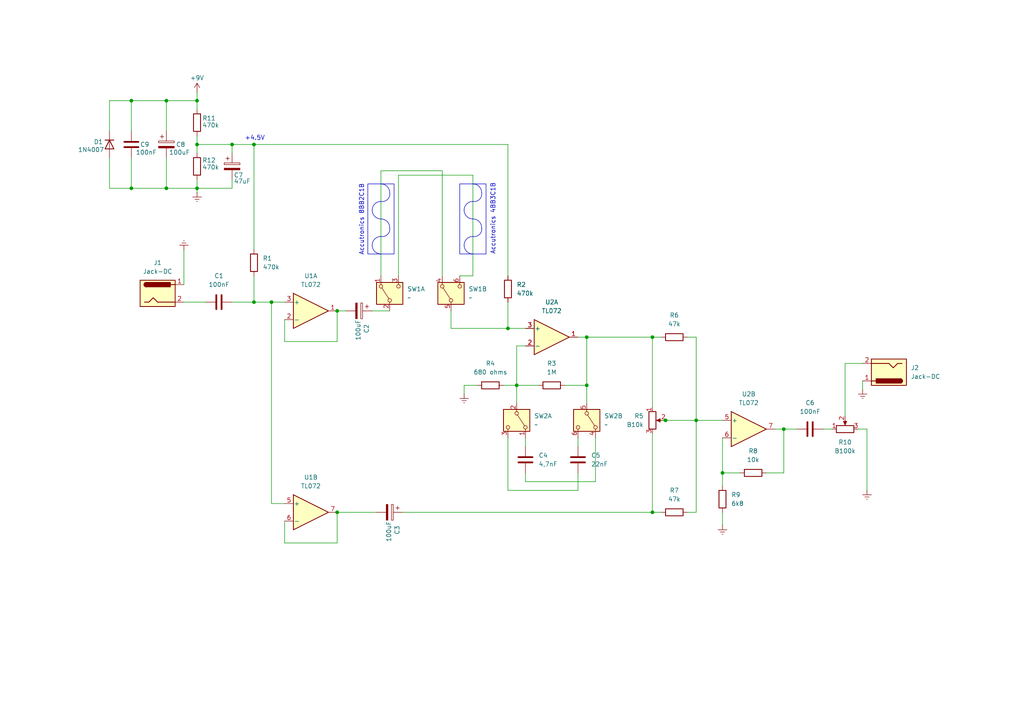
<source format=kicad_sch>
(kicad_sch (version 20250114) (generator "eeschema") (generator_version "9.0")
  (paper "A4")
  (lib_symbols
    (symbol "Amplifier_Operational:TL072" (pin_names (offset 0.127))
      (property "Reference" "U" (at 0 5.08 0))
      (property "Value" "TL072" (at 0 -5.08 0))
      (symbol "TL072_1_1"
        (polyline (pts (xy -5.08 5.08) (xy 5.08 0) (xy -5.08 -5.08) (xy -5.08 5.08)) (stroke (width 0.254)) (fill (type background)))
        (pin input line (at -7.62 2.54 0) (length 2.54) (name "+") (number "3"))
        (pin input line (at -7.62 -2.54 0) (length 2.54) (name "-") (number "2"))
        (pin output line (at 7.62 0 180) (length 2.54) (name "~") (number "1"))
      )
      (symbol "TL072_2_1"
        (polyline (pts (xy -5.08 5.08) (xy 5.08 0) (xy -5.08 -5.08) (xy -5.08 5.08)) (stroke (width 0.254)) (fill (type background)))
        (pin input line (at -7.62 2.54 0) (length 2.54) (name "+") (number "5"))
        (pin input line (at -7.62 -2.54 0) (length 2.54) (name "-") (number "6"))
        (pin output line (at 7.62 0 180) (length 2.54) (name "~") (number "7"))
      )
      (symbol "TL072_3_1"
        (pin power_in line (at -2.54 7.62 270) (length 3.81) (name "V+") (number "8"))
        (pin power_in line (at -2.54 -7.62 90) (length 3.81) (name "V-") (number "4"))
      )
    )
    (symbol "Connector:Jack-DC" (pin_names (offset 1.016))
      (property "Reference" "J" (at 0 5.334 0))
      (property "Value" "Jack-DC" (at 0 -5.08 0))
      (symbol "Jack-DC_0_1"
        (rectangle (start -5.08 3.81) (end 5.08 -3.81) (stroke (width 0.254)) (fill (type background)))
        (polyline (pts (xy -3.81 -2.54) (xy -2.54 -2.54) (xy -1.27 -1.27) (xy 0 -2.54) (xy 2.54 -2.54) (xy 5.08 -2.54)) (stroke (width 0.254)))
        (arc (start -3.302 1.905) (mid -3.9343 2.54) (end -3.302 3.175) (stroke (width 0.254)))
        (arc (start -3.302 1.905) (mid -3.9343 2.54) (end -3.302 3.175) (stroke (width 0.254)) (fill (type outline)))
        (rectangle (start 3.683 3.175) (end -3.302 1.905) (stroke (width 0.254)) (fill (type outline)))
        (polyline (pts (xy 5.08 2.54) (xy 3.81 2.54)) (stroke (width 0.254)))
      )
      (symbol "Jack-DC_1_1"
        (pin passive line (at 7.62 2.54 180) (length 2.54) (name "~") (number "1"))
        (pin passive line (at 7.62 -2.54 180) (length 2.54) (name "~") (number "2"))
      )
    )
    (symbol "Device:C" (pin_numbers (hide yes)) (pin_names (offset 0.254))
      (property "Reference" "C" (at 0.635 2.54 0))
      (property "Value" "C" (at 0.635 -2.54 0))
      (symbol "C_0_1"
        (polyline (pts (xy -2.032 0.762) (xy 2.032 0.762)) (stroke (width 0.508)))
        (polyline (pts (xy -2.032 -0.762) (xy 2.032 -0.762)) (stroke (width 0.508)))
      )
      (symbol "C_1_1"
        (pin passive line (at 0 3.81 270) (length 2.794) (name "~") (number "1"))
        (pin passive line (at 0 -3.81 90) (length 2.794) (name "~") (number "2"))
      )
    )
    (symbol "Device:C_Polarized" (pin_numbers (hide yes)) (pin_names (offset 0.254))
      (property "Reference" "C" (at 0.635 2.54 0))
      (property "Value" "C_Polarized" (at 0.635 -2.54 0))
      (symbol "C_Polarized_0_1"
        (rectangle (start -2.286 0.508) (end 2.286 1.016))
        (polyline (pts (xy -1.778 2.286) (xy -0.762 2.286)))
        (polyline (pts (xy -1.27 2.794) (xy -1.27 1.778)))
        (rectangle (start 2.286 -0.508) (end -2.286 -1.016) (fill (type outline)))
      )
      (symbol "C_Polarized_1_1"
        (pin passive line (at 0 3.81 270) (length 2.794) (name "~") (number "1"))
        (pin passive line (at 0 -3.81 90) (length 2.794) (name "~") (number "2"))
      )
    )
    (symbol "Device:R" (pin_numbers (hide yes)) (pin_names (offset 0))
      (property "Reference" "R" (at 2.032 0 90))
      (property "Value" "R" (at 0 0 90))
      (symbol "R_0_1"
        (rectangle (start -1.016 -2.54) (end 1.016 2.54) (stroke (width 0.254)))
      )
      (symbol "R_1_1"
        (pin passive line (at 0 3.81 270) (length 1.27) (name "~") (number "1"))
        (pin passive line (at 0 -3.81 90) (length 1.27) (name "~") (number "2"))
      )
    )
    (symbol "Device:R_Potentiometer" (pin_names (offset 1.016) (hide yes))
      (property "Reference" "RV" (at -4.445 0 90))
      (property "Value" "R_Potentiometer" (at -2.54 0 90))
      (symbol "R_Potentiometer_0_1"
        (rectangle (start 1.016 2.54) (end -1.016 -2.54) (stroke (width 0.254)))
        (polyline (pts (xy 1.143 0) (xy 2.286 0.508) (xy 2.286 -0.508) (xy 1.143 0)) (fill (type outline)))
        (polyline (pts (xy 2.54 0) (xy 1.524 0)))
      )
      (symbol "R_Potentiometer_1_1"
        (pin passive line (at 0 3.81 270) (length 1.27) (name "1") (number "1"))
        (pin passive line (at 0 -3.81 90) (length 1.27) (name "3") (number "3"))
        (pin passive line (at 3.81 0 180) (length 1.27) (name "2") (number "2"))
      )
    )
    (symbol "Diode:1N4007" (pin_numbers (hide yes)) (pin_names (hide yes))
      (property "Reference" "D" (at 0 2.54 0))
      (property "Value" "1N4007" (at 0 -2.54 0))
      (symbol "1N4007_0_1"
        (polyline (pts (xy -1.27 1.27) (xy -1.27 -1.27)) (stroke (width 0.254)))
        (polyline (pts (xy 1.27 1.27) (xy 1.27 -1.27) (xy -1.27 0) (xy 1.27 1.27)) (stroke (width 0.254)))
        (polyline (pts (xy 1.27 0) (xy -1.27 0)))
      )
      (symbol "1N4007_1_1"
        (pin passive line (at -3.81 0 0) (length 2.54) (name "K") (number "1"))
        (pin passive line (at 3.81 0 180) (length 2.54) (name "A") (number "2"))
      )
    )
    (symbol "Switch:SW_DPDT_x2" (pin_names (offset 0) (hide yes))
      (property "Reference" "SW" (at 0 5.08 0))
      (property "Value" "SW_DPDT_x2" (at 0 -5.08 0))
      (symbol "SW_DPDT_x2_0_0"
        (circle (center -2.032 0) (radius 0.508))
        (circle (center 2.032 -2.54) (radius 0.508))
      )
      (symbol "SW_DPDT_x2_0_1"
        (rectangle (start -3.175 3.81) (end 3.175 -3.81) (stroke (width 0.254)) (fill (type background)))
        (polyline (pts (xy -1.524 0.254) (xy 1.5748 2.286)))
        (circle (center 2.032 2.54) (radius 0.508))
      )
      (symbol "SW_DPDT_x2_1_1"
        (pin passive line (at -5.08 0 0) (length 2.54) (name "B") (number "2"))
        (pin passive line (at 5.08 2.54 180) (length 2.54) (name "A") (number "1"))
        (pin passive line (at 5.08 -2.54 180) (length 2.54) (name "C") (number "3"))
      )
      (symbol "SW_DPDT_x2_2_1"
        (pin passive line (at -5.08 0 0) (length 2.54) (name "B") (number "5"))
        (pin passive line (at 5.08 2.54 180) (length 2.54) (name "A") (number "4"))
        (pin passive line (at 5.08 -2.54 180) (length 2.54) (name "C") (number "6"))
      )
    )
    (symbol "power:+9V" (power) (pin_numbers (hide yes)) (pin_names (offset 0) (hide yes))
      (property "Value" "+9V" (at 0 3.556 0))
      (symbol "+9V_0_1"
        (polyline (pts (xy -0.762 1.27) (xy 0 2.54)))
        (polyline (pts (xy 0 2.54) (xy 0.762 1.27)))
        (polyline (pts (xy 0 0) (xy 0 2.54)))
      )
      (symbol "+9V_1_1"
        (pin power_in line (at 0 0 90) (length 0) (name "~") (number "1"))
      )
    )
    (symbol "power:Earth" (power) (pin_numbers (hide yes)) (pin_names (offset 0) (hide yes))
      (property "Value" "Earth" (at 0 -3.81 0))
      (symbol "Earth_0_1"
        (polyline (pts (xy -0.635 -1.905) (xy 0.635 -1.905)))
        (polyline (pts (xy -0.127 -2.54) (xy 0.127 -2.54)))
        (polyline (pts (xy 0 -1.27) (xy 0 0)))
        (polyline (pts (xy 1.27 -1.27) (xy -1.27 -1.27)))
      )
      (symbol "Earth_1_1"
        (pin power_in line (at 0 0 270) (length 0) (name "~") (number "1"))
      )
    )
  )
  (arc (start 107.95 60.96) (mid 108.6939 59.1639) (end 110.49 58.42))
  (rectangle (start 133.35 53.34) (end 140.97 73.66))
  (arc (start 107.95 71.12) (mid 108.6939 69.3239) (end 110.49 68.58))
  (arc (start 137.16 63.5) (mid 135.3639 62.7561) (end 134.62 60.96))
  (arc (start 110.49 53.34) (mid 112.2861 54.0839) (end 113.03 55.88))
  (arc (start 110.49 63.5) (mid 112.2861 64.2439) (end 113.03 66.04))
  (arc (start 134.62 71.12) (mid 135.3639 69.3239) (end 137.16 68.58))
  (arc (start 139.7 55.88) (mid 139.095 57.815) (end 137.16 58.42))
  (arc (start 137.16 73.66) (mid 135.3639 72.9161) (end 134.62 71.12))
  (arc (start 110.49 63.5) (mid 108.6939 62.7561) (end 107.95 60.96))
  (arc (start 113.03 66.04) (mid 112.425 67.975) (end 110.49 68.58))
  (arc (start 137.16 63.5) (mid 138.9561 64.2439) (end 139.7 66.04))
  (arc (start 110.49 73.66) (mid 108.6939 72.9161) (end 107.95 71.12))
  (arc (start 139.7 66.04) (mid 139.095 67.975) (end 137.16 68.58))
  (arc (start 134.62 60.96) (mid 135.3639 59.1639) (end 137.16 58.42))
  (rectangle (start 106.68 53.34) (end 114.3 73.66))
  (arc (start 137.16 53.34) (mid 138.9561 54.0839) (end 139.7 55.88))
  (arc (start 113.03 55.88) (mid 112.425 57.815) (end 110.49 58.42))
  (text "Accutronics 8BB2C1B" (at 104.902 63.754 90) (effects (font (size 1.27 1.27))))
  (text "+4.5V" (at 73.914 40.132 0) (effects (font (size 1.27 1.27))))
  (text "Accutronics 4BB3C1B" (at 143.002 63.5 90) (effects (font (size 1.27 1.27))))
  (junction (at 147.32 95.25))
  (junction (at 78.74 87.63))
  (junction (at 48.26 54.61))
  (junction (at 38.1 54.61))
  (junction (at 170.18 97.79))
  (junction (at 38.1 29.21))
  (junction (at 48.26 29.21))
  (junction (at 57.15 54.61))
  (junction (at 149.86 111.76))
  (junction (at 193.04 121.92))
  (junction (at 189.23 97.79))
  (junction (at 201.93 121.92))
  (junction (at 57.15 29.21))
  (junction (at 170.18 111.76))
  (junction (at 209.55 137.16))
  (junction (at 189.23 148.59))
  (junction (at 97.79 90.17))
  (junction (at 57.15 41.91))
  (junction (at 97.79 148.59))
  (junction (at 73.66 41.91))
  (junction (at 227.33 124.46))
  (junction (at 67.31 41.91))
  (junction (at 73.66 87.63))
  (wire (pts (xy 82.55 99.06) (xy 97.79 99.06)))
  (wire (pts (xy 38.1 45.72) (xy 38.1 54.61)))
  (wire (pts (xy 48.26 54.61) (xy 57.15 54.61)))
  (wire (pts (xy 152.4 139.7) (xy 172.72 139.7)))
  (wire (pts (xy 209.55 137.16) (xy 209.55 140.97)))
  (wire (pts (xy 82.55 92.71) (xy 82.55 99.06)))
  (wire (pts (xy 115.57 80.01) (xy 115.57 50.8)))
  (wire (pts (xy 201.93 121.92) (xy 201.93 148.59)))
  (wire (pts (xy 209.55 148.59) (xy 209.55 152.4)))
  (wire (pts (xy 31.75 29.21) (xy 31.75 38.1)))
  (wire (pts (xy 227.33 124.46) (xy 227.33 137.16)))
  (wire (pts (xy 189.23 97.79) (xy 191.77 97.79)))
  (wire (pts (xy 152.4 100.33) (xy 149.86 100.33)))
  (wire (pts (xy 130.81 95.25) (xy 147.32 95.25)))
  (wire (pts (xy 31.75 45.72) (xy 31.75 54.61)))
  (wire (pts (xy 82.55 157.48) (xy 97.79 157.48)))
  (wire (pts (xy 152.4 137.16) (xy 152.4 139.7)))
  (wire (pts (xy 250.19 105.41) (xy 245.11 105.41)))
  (wire (pts (xy 53.34 87.63) (xy 59.69 87.63)))
  (wire (pts (xy 134.62 111.76) (xy 134.62 114.3)))
  (wire (pts (xy 163.83 111.76) (xy 170.18 111.76)))
  (wire (pts (xy 191.77 121.92) (xy 193.04 121.92)))
  (wire (pts (xy 149.86 111.76) (xy 149.86 116.84)))
  (wire (pts (xy 67.31 87.63) (xy 73.66 87.63)))
  (wire (pts (xy 67.31 54.61) (xy 57.15 54.61)))
  (wire (pts (xy 57.15 26.67) (xy 57.15 29.21)))
  (wire (pts (xy 250.19 110.49) (xy 250.19 113.03)))
  (wire (pts (xy 97.79 99.06) (xy 97.79 90.17)))
  (wire (pts (xy 251.46 124.46) (xy 251.46 142.24)))
  (wire (pts (xy 128.27 49.53) (xy 128.27 80.01)))
  (wire (pts (xy 48.26 45.72) (xy 48.26 54.61)))
  (wire (pts (xy 201.93 148.59) (xy 199.39 148.59)))
  (wire (pts (xy 193.04 121.92) (xy 201.93 121.92)))
  (wire (pts (xy 48.26 29.21) (xy 57.15 29.21)))
  (wire (pts (xy 97.79 148.59) (xy 109.22 148.59)))
  (wire (pts (xy 214.63 137.16) (xy 209.55 137.16)))
  (wire (pts (xy 199.39 97.79) (xy 201.93 97.79)))
  (wire (pts (xy 78.74 87.63) (xy 82.55 87.63)))
  (wire (pts (xy 189.23 148.59) (xy 189.23 125.73)))
  (wire (pts (xy 201.93 97.79) (xy 201.93 121.92)))
  (wire (pts (xy 238.76 124.46) (xy 241.3 124.46)))
  (wire (pts (xy 170.18 111.76) (xy 170.18 116.84)))
  (wire (pts (xy 167.64 137.16) (xy 167.64 142.24)))
  (wire (pts (xy 227.33 124.46) (xy 231.14 124.46)))
  (wire (pts (xy 78.74 87.63) (xy 78.74 146.05)))
  (wire (pts (xy 73.66 41.91) (xy 73.66 72.39)))
  (wire (pts (xy 57.15 52.07) (xy 57.15 54.61)))
  (wire (pts (xy 137.16 80.01) (xy 133.35 80.01)))
  (wire (pts (xy 48.26 29.21) (xy 48.26 38.1)))
  (wire (pts (xy 67.31 52.07) (xy 67.31 54.61)))
  (wire (pts (xy 38.1 54.61) (xy 48.26 54.61)))
  (wire (pts (xy 73.66 41.91) (xy 147.32 41.91)))
  (wire (pts (xy 130.81 90.17) (xy 130.81 95.25)))
  (wire (pts (xy 172.72 139.7) (xy 172.72 127)))
  (wire (pts (xy 224.79 124.46) (xy 227.33 124.46)))
  (wire (pts (xy 57.15 41.91) (xy 67.31 41.91)))
  (wire (pts (xy 78.74 146.05) (xy 82.55 146.05)))
  (wire (pts (xy 170.18 97.79) (xy 167.64 97.79)))
  (wire (pts (xy 189.23 118.11) (xy 189.23 97.79)))
  (wire (pts (xy 53.34 72.39) (xy 53.34 82.55)))
  (wire (pts (xy 57.15 41.91) (xy 57.15 44.45)))
  (wire (pts (xy 57.15 54.61) (xy 57.15 55.88)))
  (wire (pts (xy 147.32 95.25) (xy 152.4 95.25)))
  (wire (pts (xy 73.66 87.63) (xy 78.74 87.63)))
  (wire (pts (xy 147.32 87.63) (xy 147.32 95.25)))
  (wire (pts (xy 245.11 105.41) (xy 245.11 120.65)))
  (wire (pts (xy 170.18 111.76) (xy 170.18 97.79)))
  (wire (pts (xy 115.57 50.8) (xy 137.16 50.8)))
  (wire (pts (xy 31.75 54.61) (xy 38.1 54.61)))
  (wire (pts (xy 149.86 100.33) (xy 149.86 111.76)))
  (wire (pts (xy 146.05 111.76) (xy 149.86 111.76)))
  (wire (pts (xy 147.32 41.91) (xy 147.32 80.01)))
  (wire (pts (xy 248.92 124.46) (xy 251.46 124.46)))
  (wire (pts (xy 97.79 157.48) (xy 97.79 148.59)))
  (wire (pts (xy 38.1 29.21) (xy 48.26 29.21)))
  (wire (pts (xy 167.64 142.24) (xy 147.32 142.24)))
  (wire (pts (xy 189.23 97.79) (xy 170.18 97.79)))
  (wire (pts (xy 149.86 111.76) (xy 156.21 111.76)))
  (wire (pts (xy 73.66 80.01) (xy 73.66 87.63)))
  (wire (pts (xy 67.31 41.91) (xy 67.31 44.45)))
  (wire (pts (xy 57.15 39.37) (xy 57.15 41.91)))
  (wire (pts (xy 189.23 148.59) (xy 116.84 148.59)))
  (wire (pts (xy 110.49 49.53) (xy 128.27 49.53)))
  (wire (pts (xy 138.43 111.76) (xy 134.62 111.76)))
  (wire (pts (xy 191.77 148.59) (xy 189.23 148.59)))
  (wire (pts (xy 137.16 50.8) (xy 137.16 80.01)))
  (wire (pts (xy 147.32 142.24) (xy 147.32 127)))
  (wire (pts (xy 110.49 49.53) (xy 110.49 80.01)))
  (wire (pts (xy 167.64 127) (xy 167.64 129.54)))
  (wire (pts (xy 227.33 137.16) (xy 222.25 137.16)))
  (wire (pts (xy 107.95 90.17) (xy 113.03 90.17)))
  (wire (pts (xy 209.55 127) (xy 209.55 137.16)))
  (wire (pts (xy 57.15 29.21) (xy 57.15 31.75)))
  (wire (pts (xy 152.4 127) (xy 152.4 129.54)))
  (wire (pts (xy 82.55 151.13) (xy 82.55 157.48)))
  (wire (pts (xy 38.1 29.21) (xy 38.1 38.1)))
  (wire (pts (xy 201.93 121.92) (xy 209.55 121.92)))
  (wire (pts (xy 67.31 41.91) (xy 73.66 41.91)))
  (wire (pts (xy 97.79 90.17) (xy 100.33 90.17)))
  (wire (pts (xy 38.1 29.21) (xy 31.75 29.21)))
  (symbol (lib_id "power:Earth") (at 251.46 142.24 0) (unit 1)
    (property "Reference" "#PWR06" (effects (hide yes)))
    (property "Value" "Earth" (effects (hide yes)))
    (property "Description" "Power symbol creates a global label with name \"Earth\"" (effects (hide yes)))
  )
  (symbol (lib_id "power:Earth") (at 53.34 72.39 180) (unit 1)
    (property "Reference" "#PWR01" (effects (hide yes)))
    (property "Value" "Earth" (effects (hide yes)))
    (property "Description" "Power symbol creates a global label with name \"Earth\"" (effects (hide yes)))
  )
  (symbol (lib_id "Device:R") (at 209.55 144.78 0) (unit 1)
    (property "Reference" "R9" (at 212.09 143.5099 0) (effects (justify left)))
    (property "Value" "6k8" (at 212.09 146.0499 0) (effects (justify left)))
    (property "Description" "Resistor" (effects (hide yes)))
  )
  (symbol (lib_id "Device:C_Polarized") (at 113.03 148.59 270) (unit 1)
    (property "Reference" "C3" (at 115.1891 152.4 0) (effects (justify left)))
    (property "Value" "100uF" (at 112.776 151.13 0) (effects (justify left)))
    (property "Description" "Polarized capacitor" (effects (hide yes)))
  )
  (symbol (lib_id "power:Earth") (at 209.55 152.4 0) (unit 1)
    (property "Reference" "#PWR05" (effects (hide yes)))
    (property "Value" "Earth" (effects (hide yes)))
    (property "Description" "Power symbol creates a global label with name \"Earth\"" (effects (hide yes)))
  )
  (symbol (lib_id "Device:R") (at 195.58 148.59 270) (unit 1)
    (property "Reference" "R7" (at 195.58 142.24 90))
    (property "Value" "47k" (at 195.58 144.78 90))
    (property "Description" "Resistor" (effects (hide yes)))
  )
  (symbol (lib_id "Switch:SW_DPDT_x2") (at 149.86 121.92 270) (unit 1)
    (property "Reference" "SW2" (at 154.94 120.6499 90) (effects (justify left)))
    (property "Value" "~" (at 154.94 123.1899 90) (effects (justify left)))
    (property "Description" "Switch, dual pole double throw, separate symbols" (effects (hide yes)))
  )
  (symbol (lib_id "Diode:1N4007") (at 31.75 41.91 270) (unit 1)
    (property "Reference" "D1" (at 27.178 41.148 90) (effects (justify left)))
    (property "Value" "1N4007" (at 22.606 43.434 90) (effects (justify left)))
    (property "Footprint" "Diode_THT:D_DO-41_SOD81_P10.16mm_Horizontal" (effects (hide yes)))
    (property "Datasheet" "http://www.vishay.com/docs/88503/1n4001.pdf" (effects (hide yes)))
    (property "Description" "1000V 1A General Purpose Rectifier Diode, DO-41" (effects (hide yes)))
    (property "Sim.Device" "D" (effects (hide yes)))
    (property "Sim.Pins" "1=K 2=A" (effects (hide yes)))
  )
  (symbol (lib_id "Device:R") (at 160.02 111.76 270) (unit 1)
    (property "Reference" "R3" (at 160.02 105.41 90))
    (property "Value" "1M" (at 160.02 107.95 90))
    (property "Description" "Resistor" (effects (hide yes)))
  )
  (symbol (lib_id "power:Earth") (at 250.19 113.03 0) (unit 1)
    (property "Reference" "#PWR07" (effects (hide yes)))
    (property "Value" "Earth" (effects (hide yes)))
    (property "Description" "Power symbol creates a global label with name \"Earth\"" (effects (hide yes)))
  )
  (symbol (lib_id "Amplifier_Operational:TL072") (at 90.17 90.17 0) (unit 1)
    (property "Reference" "U1" (at 90.17 80.01 0))
    (property "Value" "TL072" (at 90.17 82.55 0))
    (property "Datasheet" "http://www.ti.com/lit/ds/symlink/tl071.pdf" (effects (hide yes)))
    (property "Description" "Dual Low-Noise JFET-Input Operational Amplifiers, DIP-8/SOIC-8" (effects (hide yes)))
  )
  (symbol (lib_id "Device:R") (at 57.15 35.56 0) (unit 1)
    (property "Reference" "R11" (at 58.674 34.29 0) (effects (justify left)))
    (property "Value" "470k" (at 58.674 36.322 0) (effects (justify left)))
    (property "Description" "Resistor" (effects (hide yes)))
  )
  (symbol (lib_id "Switch:SW_DPDT_x2") (at 113.03 85.09 90) (unit 1)
    (property "Reference" "SW1" (at 118.11 83.8199 90) (effects (justify right)))
    (property "Value" "~" (at 118.11 86.3599 90) (effects (justify right)))
    (property "Description" "Switch, dual pole double throw, separate symbols" (effects (hide yes)))
  )
  (symbol (lib_id "Device:C_Polarized") (at 67.31 48.26 0) (unit 1)
    (property "Reference" "C7" (at 67.818 50.8 0) (effects (justify left)))
    (property "Value" "47uF" (at 67.818 52.578 0) (effects (justify left)))
    (property "Description" "Polarized capacitor" (effects (hide yes)))
  )
  (symbol (lib_id "Device:C") (at 234.95 124.46 270) (unit 1)
    (property "Reference" "C6" (at 234.95 116.84 90))
    (property "Value" "100nF" (at 234.95 119.38 90))
    (property "Description" "Unpolarized capacitor" (effects (hide yes)))
  )
  (symbol (lib_id "Device:R_Potentiometer") (at 189.23 121.92 0) (unit 1)
    (property "Reference" "R5" (at 186.69 120.6499 0) (effects (justify right)))
    (property "Value" "B10k" (at 186.69 123.1899 0) (effects (justify right)))
    (property "Description" "Potentiometer" (effects (hide yes)))
  )
  (symbol (lib_id "Device:C_Polarized") (at 48.26 41.91 0) (unit 1)
    (property "Reference" "C8" (at 51.054 41.91 0) (effects (justify left)))
    (property "Value" "100uF" (at 49.022 44.196 0) (effects (justify left)))
    (property "Description" "Polarized capacitor" (effects (hide yes)))
  )
  (symbol (lib_id "Device:R_Potentiometer") (at 245.11 124.46 90) (unit 1)
    (property "Reference" "R10" (at 245.11 128.27 90))
    (property "Value" "B100k" (at 245.11 130.81 90))
    (property "Description" "Potentiometer" (effects (hide yes)))
  )
  (symbol (lib_id "Device:R") (at 73.66 76.2 0) (unit 1)
    (property "Reference" "R1" (at 76.2 74.9299 0) (effects (justify left)))
    (property "Value" "470k" (at 76.2 77.4699 0) (effects (justify left)))
    (property "Description" "Resistor" (effects (hide yes)))
  )
  (symbol (lib_id "Connector:Jack-DC") (at 257.81 107.95 180) (unit 1)
    (property "Reference" "J2" (at 264.16 106.6799 0) (effects (justify right)))
    (property "Value" "Jack-DC" (at 264.16 109.2199 0) (effects (justify right)))
    (property "Description" "DC Barrel Jack" (effects (hide yes)))
  )
  (symbol (lib_id "Connector:Jack-DC") (at 45.72 85.09 0) (unit 1)
    (property "Reference" "J1" (at 45.72 76.2 0))
    (property "Value" "Jack-DC" (at 45.72 78.74 0))
    (property "Description" "DC Barrel Jack" (effects (hide yes)))
  )
  (symbol (lib_id "power:Earth") (at 134.62 114.3 0) (unit 1)
    (property "Reference" "#PWR04" (effects (hide yes)))
    (property "Value" "Earth" (effects (hide yes)))
    (property "Description" "Power symbol creates a global label with name \"Earth\"" (effects (hide yes)))
  )
  (symbol (lib_id "Device:R") (at 147.32 83.82 0) (unit 1)
    (property "Reference" "R2" (at 149.86 82.5499 0) (effects (justify left)))
    (property "Value" "470k" (at 149.86 85.0899 0) (effects (justify left)))
    (property "Description" "Resistor" (effects (hide yes)))
  )
  (symbol (lib_id "Device:C_Polarized") (at 104.14 90.17 270) (unit 1)
    (property "Reference" "C2" (at 106.2991 93.98 0) (effects (justify left)))
    (property "Value" "100uF" (at 103.886 92.71 0) (effects (justify left)))
    (property "Description" "Polarized capacitor" (effects (hide yes)))
  )
  (symbol (lib_id "Amplifier_Operational:TL072") (at 90.17 148.59 0) (unit 2)
    (property "Reference" "U1" (at 90.17 138.43 0))
    (property "Value" "TL072" (at 90.17 140.97 0))
    (property "Datasheet" "http://www.ti.com/lit/ds/symlink/tl071.pdf" (effects (hide yes)))
    (property "Description" "Dual Low-Noise JFET-Input Operational Amplifiers, DIP-8/SOIC-8" (effects (hide yes)))
  )
  (symbol (lib_id "Device:C") (at 63.5 87.63 90) (unit 1)
    (property "Reference" "C1" (at 63.5 80.01 90))
    (property "Value" "100nF" (at 63.5 82.55 90))
    (property "Description" "Unpolarized capacitor" (effects (hide yes)))
  )
  (symbol (lib_id "Amplifier_Operational:TL072") (at 217.17 124.46 0) (unit 2)
    (property "Reference" "U2" (at 217.17 114.3 0))
    (property "Value" "TL072" (at 217.17 116.84 0))
    (property "Datasheet" "http://www.ti.com/lit/ds/symlink/tl071.pdf" (effects (hide yes)))
    (property "Description" "Dual Low-Noise JFET-Input Operational Amplifiers, DIP-8/SOIC-8" (effects (hide yes)))
  )
  (symbol (lib_id "Device:R") (at 142.24 111.76 90) (unit 1)
    (property "Reference" "R4" (at 142.24 105.41 90))
    (property "Value" "680 ohms" (at 142.24 107.95 90))
    (property "Description" "Resistor" (effects (hide yes)))
  )
  (symbol (lib_id "Device:R") (at 57.15 48.26 0) (unit 1)
    (property "Reference" "R12" (at 58.674 46.482 0) (effects (justify left)))
    (property "Value" "470k" (at 58.674 48.514 0) (effects (justify left)))
    (property "Description" "Resistor" (effects (hide yes)))
  )
  (symbol (lib_id "Device:R") (at 195.58 97.79 270) (unit 1)
    (property "Reference" "R6" (at 195.58 91.44 90))
    (property "Value" "47k" (at 195.58 93.98 90))
    (property "Description" "Resistor" (effects (hide yes)))
  )
  (symbol (lib_id "Device:R") (at 218.44 137.16 270) (unit 1)
    (property "Reference" "R8" (at 218.44 130.81 90))
    (property "Value" "10k" (at 218.44 133.35 90))
    (property "Description" "Resistor" (effects (hide yes)))
  )
  (symbol (lib_id "Switch:SW_DPDT_x2") (at 170.18 121.92 270) (unit 2)
    (property "Reference" "SW2" (at 175.26 120.6499 90) (effects (justify left)))
    (property "Value" "~" (at 175.26 123.1899 90) (effects (justify left)))
    (property "Description" "Switch, dual pole double throw, separate symbols" (effects (hide yes)))
  )
  (symbol (lib_id "power:+9V") (at 57.15 26.67 0) (unit 1)
    (property "Reference" "#PWR02" (effects (hide yes)))
    (property "Value" "+9V" (at 57.15 22.606 0))
    (property "Description" "Power symbol creates a global label with name \"+9V\"" (effects (hide yes)))
  )
  (symbol (lib_id "Device:C") (at 152.4 133.35 180) (unit 1)
    (property "Reference" "C4" (at 156.21 132.0799 0) (effects (justify right)))
    (property "Value" "4,7nF" (at 156.21 134.6199 0) (effects (justify right)))
    (property "Description" "Unpolarized capacitor" (effects (hide yes)))
  )
  (symbol (lib_id "Device:C") (at 38.1 41.91 180) (unit 1)
    (property "Reference" "C9" (at 40.64 41.91 0) (effects (justify right)))
    (property "Value" "100nF" (at 39.37 44.196 0) (effects (justify right)))
    (property "Description" "Unpolarized capacitor" (effects (hide yes)))
  )
  (symbol (lib_id "Amplifier_Operational:TL072") (at 160.02 97.79 0) (unit 1)
    (property "Reference" "U2" (at 160.02 87.63 0))
    (property "Value" "TL072" (at 160.02 90.17 0))
    (property "Datasheet" "http://www.ti.com/lit/ds/symlink/tl071.pdf" (effects (hide yes)))
    (property "Description" "Dual Low-Noise JFET-Input Operational Amplifiers, DIP-8/SOIC-8" (effects (hide yes)))
  )
  (symbol (lib_id "Switch:SW_DPDT_x2") (at 130.81 85.09 90) (unit 2)
    (property "Reference" "SW1" (at 135.89 83.8199 90) (effects (justify right)))
    (property "Value" "~" (at 135.89 86.3599 90) (effects (justify right)))
    (property "Description" "Switch, dual pole double throw, separate symbols" (effects (hide yes)))
  )
  (symbol (lib_id "Device:C") (at 167.64 133.35 180) (unit 1)
    (property "Reference" "C5" (at 171.45 132.0799 0) (effects (justify right)))
    (property "Value" "22nF" (at 171.45 134.6199 0) (effects (justify right)))
    (property "Description" "Unpolarized capacitor" (effects (hide yes)))
  )
  (symbol (lib_id "power:Earth") (at 57.15 55.88 0) (unit 1)
    (property "Reference" "#PWR03" (effects (hide yes)))
    (property "Value" "Earth" (effects (hide yes)))
    (property "Description" "Power symbol creates a global label with name \"Earth\"" (effects (hide yes)))
  )
)
</source>
